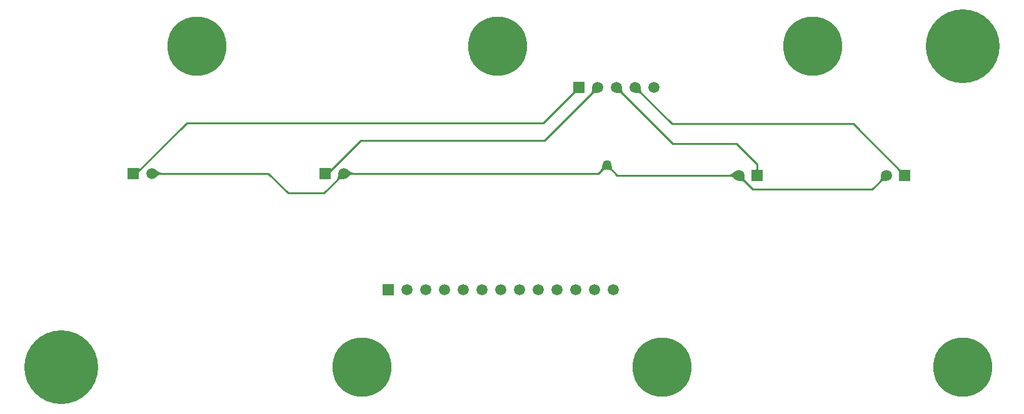
<source format=gbl>
G04*
G04 #@! TF.GenerationSoftware,Altium Limited,Altium Designer,22.8.2 (66)*
G04*
G04 Layer_Physical_Order=2*
G04 Layer_Color=16711680*
%FSLAX44Y44*%
%MOMM*%
G71*
G04*
G04 #@! TF.SameCoordinates,A88769B3-AE7A-4E98-8DBA-C7F6B74A5C9B*
G04*
G04*
G04 #@! TF.FilePolarity,Positive*
G04*
G01*
G75*
%ADD10C,0.2540*%
%ADD23R,1.5080X1.5080*%
%ADD24C,1.5080*%
%ADD25R,1.5000X1.5000*%
%ADD26C,1.5000*%
%ADD27C,8.0000*%
%ADD28C,10.0000*%
%ADD29C,1.2700*%
G36*
X176946Y-284590D02*
X176598Y-284955D01*
X176288Y-285319D01*
X176014Y-285681D01*
X175777Y-286042D01*
X175576Y-286402D01*
X175411Y-286760D01*
X175283Y-287118D01*
X175192Y-287474D01*
X175137Y-287829D01*
X175119Y-288183D01*
Y-280998D01*
X175137Y-281327D01*
X175192Y-281583D01*
X175283Y-281765D01*
X175411Y-281875D01*
X175576Y-281912D01*
X175777Y-281875D01*
X176014Y-281765D01*
X176288Y-281583D01*
X176598Y-281327D01*
X176946Y-280998D01*
Y-284590D01*
D02*
G37*
G36*
X204596Y-289560D02*
X204055Y-289600D01*
X203488Y-289720D01*
X202895Y-289921D01*
X202276Y-290201D01*
X201632Y-290562D01*
X200962Y-291003D01*
X200266Y-291524D01*
X198797Y-292806D01*
X198025Y-293568D01*
Y-283012D01*
X198797Y-283773D01*
X200266Y-285056D01*
X200962Y-285577D01*
X201632Y-286018D01*
X202276Y-286379D01*
X202895Y-286659D01*
X203488Y-286860D01*
X204055Y-286980D01*
X204596Y-287020D01*
Y-289560D01*
D02*
G37*
G36*
X436806Y-284590D02*
X436459Y-284955D01*
X436148Y-285319D01*
X435874Y-285681D01*
X435637Y-286042D01*
X435436Y-286402D01*
X435271Y-286760D01*
X435143Y-287118D01*
X435052Y-287474D01*
X434997Y-287829D01*
X434979Y-288183D01*
Y-280998D01*
X434997Y-281327D01*
X435052Y-281583D01*
X435143Y-281765D01*
X435271Y-281875D01*
X435436Y-281912D01*
X435637Y-281875D01*
X435874Y-281765D01*
X436148Y-281583D01*
X436459Y-281327D01*
X436806Y-280998D01*
Y-284590D01*
D02*
G37*
G36*
X443148Y-295846D02*
X443502Y-295435D01*
X443818Y-294949D01*
X444096Y-294388D01*
X444335Y-293752D01*
X444535Y-293042D01*
X444697Y-292256D01*
X444821Y-291396D01*
X444952Y-289450D01*
X444960Y-288365D01*
X452425Y-295830D01*
X451340Y-295838D01*
X449394Y-295969D01*
X448534Y-296093D01*
X447748Y-296255D01*
X447038Y-296455D01*
X446402Y-296694D01*
X445841Y-296972D01*
X445355Y-297288D01*
X444944Y-297642D01*
X443148Y-295846D01*
D02*
G37*
G36*
X464456Y-289560D02*
X463915Y-289600D01*
X463348Y-289720D01*
X462755Y-289921D01*
X462136Y-290201D01*
X461492Y-290562D01*
X460822Y-291003D01*
X460126Y-291524D01*
X458657Y-292806D01*
X457885Y-293568D01*
Y-283012D01*
X458657Y-283773D01*
X460126Y-285056D01*
X460822Y-285577D01*
X461492Y-286018D01*
X462136Y-286379D01*
X462755Y-286659D01*
X463348Y-286860D01*
X463915Y-286980D01*
X464456Y-287020D01*
Y-289560D01*
D02*
G37*
G36*
X761914Y-179044D02*
X762418Y-178522D01*
X763208Y-177588D01*
X763495Y-177175D01*
X763711Y-176798D01*
X763855Y-176457D01*
X763926Y-176151D01*
X763926Y-175882D01*
X763854Y-175649D01*
X763710Y-175451D01*
X767307Y-179039D01*
X767109Y-178896D01*
X766875Y-178824D01*
X766606Y-178824D01*
X766300Y-178896D01*
X765959Y-179040D01*
X765582Y-179256D01*
X765169Y-179543D01*
X764720Y-179902D01*
X763715Y-180836D01*
X761914Y-179044D01*
D02*
G37*
G36*
X800999Y-283055D02*
X801318Y-282691D01*
X801604Y-282271D01*
X801854Y-281795D01*
X802071Y-281265D01*
X802252Y-280679D01*
X802399Y-280039D01*
X802511Y-279343D01*
X802589Y-278591D01*
X802640Y-276924D01*
X808926Y-283210D01*
X808065Y-283218D01*
X806507Y-283339D01*
X805811Y-283451D01*
X805171Y-283598D01*
X804585Y-283779D01*
X804055Y-283995D01*
X803579Y-284246D01*
X803159Y-284532D01*
X802794Y-284851D01*
X800999Y-283055D01*
D02*
G37*
G36*
X787277Y-179081D02*
X787631Y-178671D01*
X787946Y-178187D01*
X788222Y-177629D01*
X788461Y-176997D01*
X788661Y-176290D01*
X788822Y-175510D01*
X788945Y-174655D01*
X789076Y-172722D01*
X789084Y-171645D01*
X796509Y-179070D01*
X795432Y-179078D01*
X793499Y-179209D01*
X792644Y-179332D01*
X791864Y-179494D01*
X791157Y-179693D01*
X790525Y-179932D01*
X789967Y-180208D01*
X789483Y-180523D01*
X789073Y-180877D01*
X787277Y-179081D01*
D02*
G37*
G36*
X815185Y-284851D02*
X814821Y-284532D01*
X814401Y-284246D01*
X813925Y-283995D01*
X813395Y-283779D01*
X812809Y-283598D01*
X812169Y-283451D01*
X811473Y-283339D01*
X810721Y-283261D01*
X809053Y-283210D01*
X815340Y-276924D01*
X815348Y-277785D01*
X815469Y-279343D01*
X815581Y-280039D01*
X815728Y-280679D01*
X815909Y-281265D01*
X816125Y-281795D01*
X816376Y-282271D01*
X816662Y-282691D01*
X816982Y-283055D01*
X815185Y-284851D01*
D02*
G37*
G36*
X829495Y-180877D02*
X829085Y-180523D01*
X828601Y-180208D01*
X828043Y-179932D01*
X827411Y-179693D01*
X826704Y-179494D01*
X825924Y-179332D01*
X825069Y-179209D01*
X823137Y-179078D01*
X822059Y-179070D01*
X829484Y-171645D01*
X829492Y-172722D01*
X829623Y-174655D01*
X829746Y-175510D01*
X829908Y-176290D01*
X830107Y-176997D01*
X830346Y-177629D01*
X830622Y-178187D01*
X830937Y-178671D01*
X831291Y-179081D01*
X829495Y-180877D01*
D02*
G37*
G36*
X854895D02*
X854485Y-180523D01*
X854001Y-180208D01*
X853443Y-179932D01*
X852811Y-179693D01*
X852104Y-179494D01*
X851324Y-179332D01*
X850469Y-179209D01*
X848537Y-179078D01*
X847459Y-179070D01*
X854884Y-171645D01*
X854892Y-172722D01*
X855023Y-174655D01*
X855146Y-175510D01*
X855307Y-176290D01*
X855507Y-176997D01*
X855746Y-177629D01*
X856022Y-178187D01*
X856337Y-178671D01*
X856691Y-179081D01*
X854895Y-180877D01*
D02*
G37*
G36*
X975544Y-289560D02*
X976085Y-289520D01*
X976652Y-289400D01*
X977245Y-289199D01*
X977864Y-288919D01*
X978508Y-288558D01*
X979178Y-288117D01*
X979874Y-287596D01*
X981342Y-286313D01*
X982115Y-285552D01*
Y-296108D01*
X981342Y-295347D01*
X979874Y-294064D01*
X979178Y-293543D01*
X978508Y-293102D01*
X977864Y-292741D01*
X977245Y-292461D01*
X976652Y-292260D01*
X976085Y-292140D01*
X975544Y-292100D01*
Y-289560D01*
D02*
G37*
G36*
X995056Y-300182D02*
X994645Y-299828D01*
X994159Y-299512D01*
X993598Y-299234D01*
X992962Y-298995D01*
X992252Y-298795D01*
X991466Y-298633D01*
X990606Y-298509D01*
X988660Y-298378D01*
X987575Y-298370D01*
X995040Y-290905D01*
X995048Y-291990D01*
X995179Y-293936D01*
X995303Y-294796D01*
X995465Y-295582D01*
X995665Y-296292D01*
X995904Y-296928D01*
X996182Y-297489D01*
X996498Y-297975D01*
X996852Y-298386D01*
X995056Y-300182D01*
D02*
G37*
G36*
X1013770Y-280781D02*
X1013783Y-281269D01*
X1013821Y-281706D01*
X1013884Y-282091D01*
X1013973Y-282426D01*
X1014088Y-282708D01*
X1014227Y-282940D01*
X1014392Y-283120D01*
X1014583Y-283248D01*
X1014799Y-283325D01*
X1015040Y-283351D01*
X1009960D01*
X1010201Y-283325D01*
X1010417Y-283248D01*
X1010608Y-283120D01*
X1010773Y-282940D01*
X1010912Y-282708D01*
X1011027Y-282426D01*
X1011116Y-282091D01*
X1011179Y-281706D01*
X1011217Y-281269D01*
X1011230Y-280781D01*
X1013770D01*
D02*
G37*
G36*
X1178148Y-298386D02*
X1178502Y-297975D01*
X1178818Y-297489D01*
X1179096Y-296928D01*
X1179335Y-296292D01*
X1179535Y-295582D01*
X1179697Y-294796D01*
X1179821Y-293936D01*
X1179952Y-291990D01*
X1179960Y-290905D01*
X1187425Y-298370D01*
X1186340Y-298378D01*
X1184394Y-298509D01*
X1183534Y-298633D01*
X1182748Y-298795D01*
X1182038Y-298995D01*
X1181402Y-299234D01*
X1180841Y-299512D01*
X1180355Y-299828D01*
X1179944Y-300182D01*
X1178148Y-298386D01*
D02*
G37*
G36*
X1204990Y-281524D02*
X1205514Y-282030D01*
X1206452Y-282827D01*
X1206866Y-283117D01*
X1207243Y-283336D01*
X1207584Y-283482D01*
X1207888Y-283557D01*
X1208156Y-283560D01*
X1208388Y-283492D01*
X1208583Y-283351D01*
X1205021Y-286913D01*
X1205162Y-286718D01*
X1205230Y-286486D01*
X1205227Y-286218D01*
X1205153Y-285914D01*
X1205006Y-285573D01*
X1204787Y-285196D01*
X1204497Y-284782D01*
X1204135Y-284331D01*
X1203194Y-283321D01*
X1204990Y-281524D01*
D02*
G37*
D10*
X425830Y-314960D02*
X452500Y-288290D01*
X377190Y-314960D02*
X425830D01*
X350520Y-288290D02*
X377190Y-314960D01*
X1168450Y-309880D02*
X1187500Y-290830D01*
X1006550Y-309880D02*
X1168450D01*
X987500Y-290830D02*
X1006550Y-309880D01*
X808990Y-276860D02*
X822960Y-290830D01*
X987500D01*
X797560Y-288290D02*
X808990Y-276860D01*
X452500Y-288290D02*
X797560D01*
X192640D02*
X350520D01*
X984250Y-247650D02*
X1012500Y-275900D01*
X821984Y-171570D02*
X898064Y-247650D01*
X984250D01*
X847384Y-171570D02*
X896794Y-220980D01*
X1142650D02*
X1212500Y-290830D01*
X896794Y-220980D02*
X1142650D01*
X723044Y-219710D02*
X771184Y-171570D01*
X240030Y-219710D02*
X723044D01*
X167640Y-292100D02*
X240030Y-219710D01*
X475760Y-243840D02*
X724314D01*
X796584Y-171570D01*
X427500Y-292100D02*
X475760Y-243840D01*
X1012500Y-290830D02*
Y-275900D01*
D23*
Y-290830D02*
D03*
X1212500D02*
D03*
X167640Y-288290D02*
D03*
X427500D02*
D03*
D24*
X987500Y-290830D02*
D03*
X1187500D02*
D03*
X192640Y-288290D02*
D03*
X452500D02*
D03*
D25*
X771180Y-171570D02*
D03*
X513080Y-446240D02*
D03*
D26*
X796584Y-171570D02*
D03*
X821984D02*
D03*
X847384D02*
D03*
X872784D02*
D03*
X538480Y-446240D02*
D03*
X563880D02*
D03*
X589280D02*
D03*
X614680D02*
D03*
X640080D02*
D03*
X665480D02*
D03*
X690880D02*
D03*
X716280D02*
D03*
X741680D02*
D03*
X767080D02*
D03*
X792480D02*
D03*
X817880D02*
D03*
D27*
X253500Y-116190D02*
D03*
X1291000Y-551190D02*
D03*
X884000D02*
D03*
X1087500Y-116190D02*
D03*
X660500D02*
D03*
X477000Y-551190D02*
D03*
D28*
X1291000Y-116190D02*
D03*
X70000Y-551190D02*
D03*
D29*
X808990Y-276860D02*
D03*
M02*

</source>
